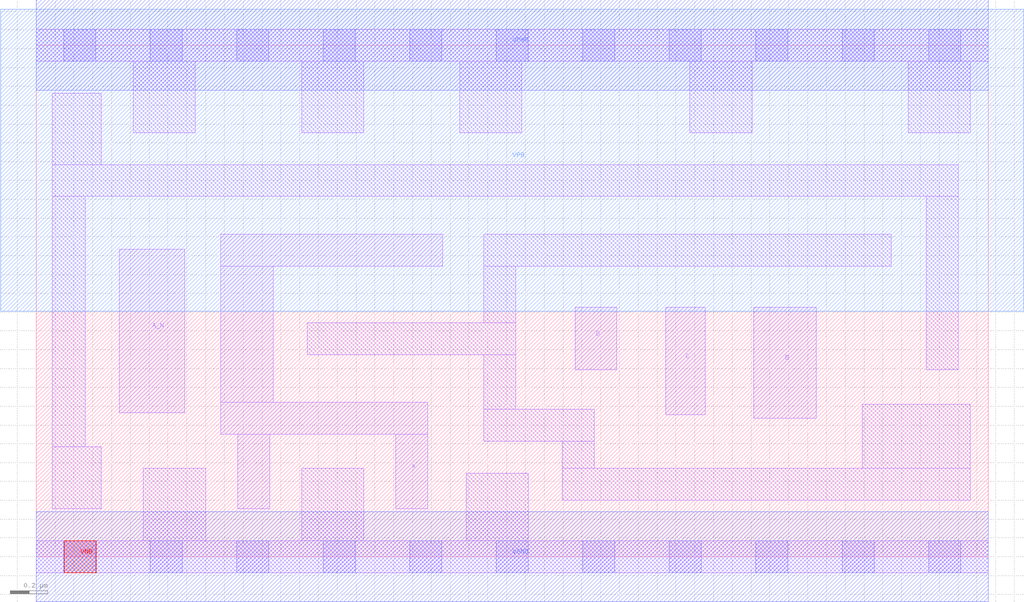
<source format=lef>
# Copyright 2020 The SkyWater PDK Authors
#
# Licensed under the Apache License, Version 2.0 (the "License");
# you may not use this file except in compliance with the License.
# You may obtain a copy of the License at
#
#     https://www.apache.org/licenses/LICENSE-2.0
#
# Unless required by applicable law or agreed to in writing, software
# distributed under the License is distributed on an "AS IS" BASIS,
# WITHOUT WARRANTIES OR CONDITIONS OF ANY KIND, either express or implied.
# See the License for the specific language governing permissions and
# limitations under the License.
#
# SPDX-License-Identifier: Apache-2.0

VERSION 5.7 ;
  NOWIREEXTENSIONATPIN ON ;
  DIVIDERCHAR "/" ;
  BUSBITCHARS "[]" ;
MACRO sky130_fd_sc_hd__and4b_4
  CLASS CORE ;
  FOREIGN sky130_fd_sc_hd__and4b_4 ;
  ORIGIN  0.000000  0.000000 ;
  SIZE  5.060000 BY  2.720000 ;
  SYMMETRY X Y R90 ;
  SITE unithd ;
  PIN A_N
    ANTENNAGATEAREA  0.126000 ;
    DIRECTION INPUT ;
    USE SIGNAL ;
    PORT
      LAYER li1 ;
        RECT 0.440000 0.765000 0.790000 1.635000 ;
    END
  END A_N
  PIN B
    ANTENNAGATEAREA  0.247500 ;
    DIRECTION INPUT ;
    USE SIGNAL ;
    PORT
      LAYER li1 ;
        RECT 3.815000 0.735000 4.145000 1.325000 ;
    END
  END B
  PIN C
    ANTENNAGATEAREA  0.247500 ;
    DIRECTION INPUT ;
    USE SIGNAL ;
    PORT
      LAYER li1 ;
        RECT 3.345000 0.755000 3.555000 1.325000 ;
    END
  END C
  PIN D
    ANTENNAGATEAREA  0.247500 ;
    DIRECTION INPUT ;
    USE SIGNAL ;
    PORT
      LAYER li1 ;
        RECT 2.865000 0.995000 3.085000 1.325000 ;
    END
  END D
  PIN X
    ANTENNADIFFAREA  0.891000 ;
    DIRECTION OUTPUT ;
    USE SIGNAL ;
    PORT
      LAYER li1 ;
        RECT 0.980000 0.650000 2.080000 0.820000 ;
        RECT 0.980000 0.820000 1.260000 1.545000 ;
        RECT 0.980000 1.545000 2.160000 1.715000 ;
        RECT 1.070000 0.255000 1.240000 0.650000 ;
        RECT 1.910000 0.255000 2.080000 0.650000 ;
    END
  END X
  PIN VGND
    DIRECTION INOUT ;
    SHAPE ABUTMENT ;
    USE GROUND ;
    PORT
      LAYER met1 ;
        RECT 0.000000 -0.240000 5.060000 0.240000 ;
    END
  END VGND
  PIN VNB
    DIRECTION INOUT ;
    USE GROUND ;
    PORT
      LAYER pwell ;
        RECT 0.150000 -0.085000 0.320000 0.085000 ;
    END
  END VNB
  PIN VPB
    DIRECTION INOUT ;
    USE POWER ;
    PORT
      LAYER nwell ;
        RECT -0.190000 1.305000 5.250000 2.910000 ;
    END
  END VPB
  PIN VPWR
    DIRECTION INOUT ;
    SHAPE ABUTMENT ;
    USE POWER ;
    PORT
      LAYER met1 ;
        RECT 0.000000 2.480000 5.060000 2.960000 ;
    END
  END VPWR
  OBS
    LAYER li1 ;
      RECT 0.000000 -0.085000 5.060000 0.085000 ;
      RECT 0.000000  2.635000 5.060000 2.805000 ;
      RECT 0.085000  0.255000 0.345000 0.585000 ;
      RECT 0.085000  0.585000 0.260000 1.915000 ;
      RECT 0.085000  1.915000 4.900000 2.085000 ;
      RECT 0.085000  2.085000 0.345000 2.465000 ;
      RECT 0.515000  2.255000 0.845000 2.635000 ;
      RECT 0.570000  0.085000 0.900000 0.470000 ;
      RECT 1.410000  0.085000 1.740000 0.470000 ;
      RECT 1.410000  2.255000 1.740000 2.635000 ;
      RECT 1.440000  1.075000 2.550000 1.245000 ;
      RECT 2.250000  2.255000 2.580000 2.635000 ;
      RECT 2.285000  0.085000 2.615000 0.445000 ;
      RECT 2.380000  0.615000 2.965000 0.785000 ;
      RECT 2.380000  0.785000 2.550000 1.075000 ;
      RECT 2.380000  1.245000 2.550000 1.545000 ;
      RECT 2.380000  1.545000 4.545000 1.715000 ;
      RECT 2.795000  0.300000 4.965000 0.470000 ;
      RECT 2.795000  0.470000 2.965000 0.615000 ;
      RECT 3.475000  2.255000 3.805000 2.635000 ;
      RECT 4.390000  0.470000 4.965000 0.810000 ;
      RECT 4.635000  2.255000 4.965000 2.635000 ;
      RECT 4.730000  0.995000 4.900000 1.915000 ;
    LAYER mcon ;
      RECT 0.145000 -0.085000 0.315000 0.085000 ;
      RECT 0.145000  2.635000 0.315000 2.805000 ;
      RECT 0.605000 -0.085000 0.775000 0.085000 ;
      RECT 0.605000  2.635000 0.775000 2.805000 ;
      RECT 1.065000 -0.085000 1.235000 0.085000 ;
      RECT 1.065000  2.635000 1.235000 2.805000 ;
      RECT 1.525000 -0.085000 1.695000 0.085000 ;
      RECT 1.525000  2.635000 1.695000 2.805000 ;
      RECT 1.985000 -0.085000 2.155000 0.085000 ;
      RECT 1.985000  2.635000 2.155000 2.805000 ;
      RECT 2.445000 -0.085000 2.615000 0.085000 ;
      RECT 2.445000  2.635000 2.615000 2.805000 ;
      RECT 2.905000 -0.085000 3.075000 0.085000 ;
      RECT 2.905000  2.635000 3.075000 2.805000 ;
      RECT 3.365000 -0.085000 3.535000 0.085000 ;
      RECT 3.365000  2.635000 3.535000 2.805000 ;
      RECT 3.825000 -0.085000 3.995000 0.085000 ;
      RECT 3.825000  2.635000 3.995000 2.805000 ;
      RECT 4.285000 -0.085000 4.455000 0.085000 ;
      RECT 4.285000  2.635000 4.455000 2.805000 ;
      RECT 4.745000 -0.085000 4.915000 0.085000 ;
      RECT 4.745000  2.635000 4.915000 2.805000 ;
  END
END sky130_fd_sc_hd__and4b_4
END LIBRARY

</source>
